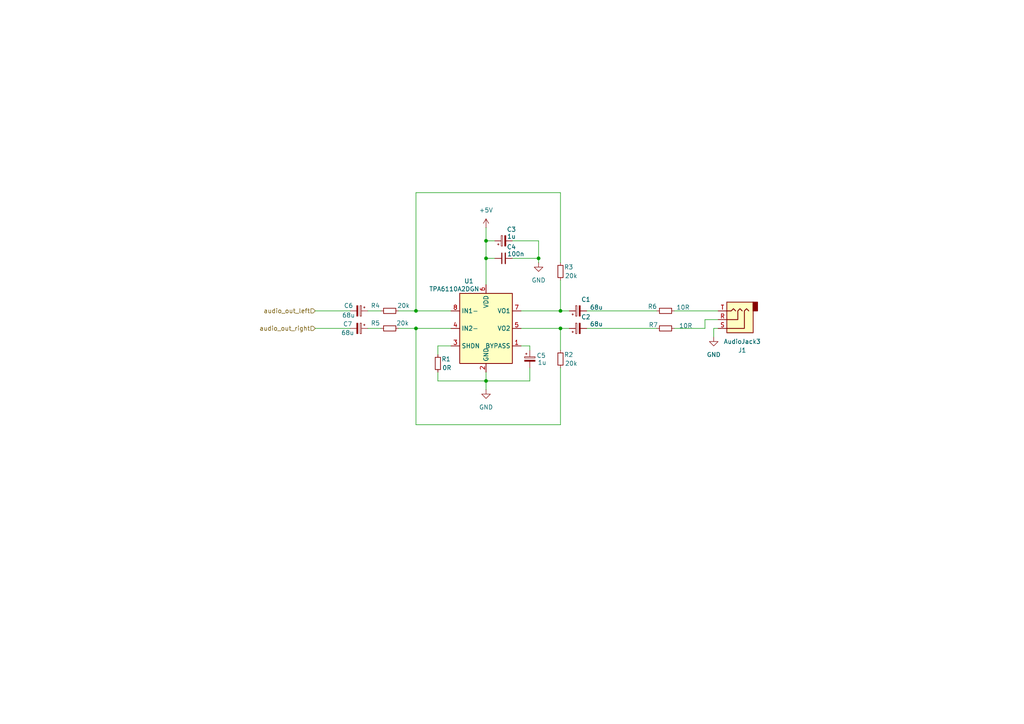
<source format=kicad_sch>
(kicad_sch (version 20231120) (generator "eeschema") (generator_version "8.0")
  (paper "A4")
  (lib_symbols
    (symbol "Amplifier_Audio:TPA6110A2DGN"
      (property "Reference" "U" (at -6.35 11.43 0))
      (property "Value" "TPA6110A2DGN" (at 6.35 11.43 0))
      (symbol "TPA6110A2DGN_0_1"
        (rectangle (start -7.62 10.16) (end 7.62 -10.16) (stroke (width 0.254)) (fill (type background)))
      )
      (symbol "TPA6110A2DGN_1_1"
        (pin passive line (at 10.16 -5.08 180) (length 2.54) (name "BYPASS") (number "1"))
        (pin power_in line (at 0 -12.7 90) (length 2.54) (name "GND") (number "2"))
        (pin input line (at -10.16 -5.08 0) (length 2.54) (name "SHDN") (number "3"))
        (pin input line (at -10.16 0 0) (length 2.54) (name "IN2-") (number "4"))
        (pin output line (at 10.16 0 180) (length 2.54) (name "VO2") (number "5"))
        (pin power_in line (at 0 12.7 270) (length 2.54) (name "VDD") (number "6"))
        (pin output line (at 10.16 5.08 180) (length 2.54) (name "VO1") (number "7"))
        (pin input line (at -10.16 5.08 0) (length 2.54) (name "IN1-") (number "8"))
        (pin passive line (at 0 -12.7 90) (length 2.54) hide (name "GND") (number "9"))
      )
    )
    (symbol "Connector_Audio:AudioJack3"
      (property "Reference" "J" (at 0 8.89 0))
      (property "Value" "AudioJack3" (at 0 6.35 0))
      (symbol "AudioJack3_0_1"
        (rectangle (start -5.08 -5.08) (end -6.35 -2.54) (stroke (width 0.254)) (fill (type outline)))
        (polyline (pts (xy 0 -2.54) (xy 0.635 -3.175) (xy 1.27 -2.54) (xy 2.54 -2.54)) (stroke (width 0.254)))
        (polyline (pts (xy -1.905 -2.54) (xy -1.27 -3.175) (xy -0.635 -2.54) (xy -0.635 0) (xy 2.54 0)) (stroke (width 0.254)))
        (polyline (pts (xy 2.54 2.54) (xy -2.54 2.54) (xy -2.54 -2.54) (xy -3.175 -3.175) (xy -3.81 -2.54)) (stroke (width 0.254)))
        (rectangle (start 2.54 3.81) (end -5.08 -5.08) (stroke (width 0.254)) (fill (type background)))
      )
      (symbol "AudioJack3_1_1"
        (pin passive line (at 5.08 0 180) (length 2.54) (name "~") (number "R"))
        (pin passive line (at 5.08 2.54 180) (length 2.54) (name "~") (number "S"))
        (pin passive line (at 5.08 -2.54 180) (length 2.54) (name "~") (number "T"))
      )
    )
    (symbol "Device:C_Polarized_Small" (pin_numbers hide) (pin_names (offset 0.254) hide)
      (property "Reference" "C" (at 0.254 1.778 0))
      (property "Value" "C_Polarized_Small" (at 0.254 -2.032 0))
      (symbol "C_Polarized_Small_0_1"
        (rectangle (start -1.524 -0.3048) (end 1.524 -0.6858) (fill (type outline)))
        (rectangle (start -1.524 0.6858) (end 1.524 0.3048))
        (polyline (pts (xy -1.27 1.524) (xy -0.762 1.524)))
        (polyline (pts (xy -1.016 1.27) (xy -1.016 1.778)))
      )
      (symbol "C_Polarized_Small_1_1"
        (pin passive line (at 0 2.54 270) (length 1.8542) (name "~") (number "1"))
        (pin passive line (at 0 -2.54 90) (length 1.8542) (name "~") (number "2"))
      )
    )
    (symbol "Device:C_Small" (pin_numbers hide) (pin_names (offset 0.254) hide)
      (property "Reference" "C" (at 0.254 1.778 0))
      (property "Value" "C_Small" (at 0.254 -2.032 0))
      (symbol "C_Small_0_1"
        (polyline (pts (xy -1.524 -0.508) (xy 1.524 -0.508)) (stroke (width 0.3302)))
        (polyline (pts (xy -1.524 0.508) (xy 1.524 0.508)) (stroke (width 0.3048)))
      )
      (symbol "C_Small_1_1"
        (pin passive line (at 0 2.54 270) (length 2.032) (name "~") (number "1"))
        (pin passive line (at 0 -2.54 90) (length 2.032) (name "~") (number "2"))
      )
    )
    (symbol "Device:R_Small" (pin_numbers hide) (pin_names (offset 0.254) hide)
      (property "Reference" "R" (at 0.762 0.508 0))
      (property "Value" "R_Small" (at 0.762 -1.016 0))
      (symbol "R_Small_0_1"
        (rectangle (start -0.762 1.778) (end 0.762 -1.778) (stroke (width 0.2032)))
      )
      (symbol "R_Small_1_1"
        (pin passive line (at 0 2.54 270) (length 0.762) (name "~") (number "1"))
        (pin passive line (at 0 -2.54 90) (length 0.762) (name "~") (number "2"))
      )
    )
    (symbol "power:+5V" (power) (pin_numbers hide) (pin_names (offset 0) hide)
      (property "Value" "+5V" (at 0 3.556 0))
      (symbol "+5V_0_1"
        (polyline (pts (xy -0.762 1.27) (xy 0 2.54)))
        (polyline (pts (xy 0 0) (xy 0 2.54)))
        (polyline (pts (xy 0 2.54) (xy 0.762 1.27)))
      )
      (symbol "+5V_1_1"
        (pin power_in line (at 0 0 90) (length 0) (name "~") (number "1"))
      )
    )
    (symbol "power:GND" (power) (pin_numbers hide) (pin_names (offset 0) hide)
      (property "Value" "GND" (at 0 -3.81 0))
      (symbol "GND_0_1"
        (polyline (pts (xy 0 0) (xy 0 -1.27) (xy 1.27 -1.27) (xy 0 -2.54) (xy -1.27 -1.27) (xy 0 -1.27)))
      )
      (symbol "GND_1_1"
        (pin power_in line (at 0 0 270) (length 0) (name "~") (number "1"))
      )
    )
  )
  (junction (at 156.21 74.93))
  (junction (at 162.56 90.17))
  (junction (at 140.97 74.93))
  (junction (at 120.65 95.25))
  (junction (at 140.97 110.49))
  (junction (at 140.97 69.85))
  (junction (at 162.56 95.25))
  (junction (at 120.65 90.17))
  (wire (pts (xy 162.56 95.25) (xy 162.56 101.6)))
  (wire (pts (xy 120.65 123.19) (xy 162.56 123.19)))
  (wire (pts (xy 127 107.95) (xy 127 110.49)))
  (wire (pts (xy 153.67 106.68) (xy 153.67 110.49)))
  (wire (pts (xy 140.97 69.85) (xy 140.97 74.93)))
  (wire (pts (xy 162.56 95.25) (xy 165.1 95.25)))
  (wire (pts (xy 115.57 90.17) (xy 120.65 90.17)))
  (wire (pts (xy 140.97 110.49) (xy 140.97 113.03)))
  (wire (pts (xy 156.21 74.93) (xy 156.21 76.2)))
  (wire (pts (xy 153.67 100.33) (xy 151.13 100.33)))
  (wire (pts (xy 195.58 90.17) (xy 208.28 90.17)))
  (wire (pts (xy 151.13 90.17) (xy 162.56 90.17)))
  (wire (pts (xy 162.56 81.28) (xy 162.56 90.17)))
  (wire (pts (xy 140.97 107.95) (xy 140.97 110.49)))
  (wire (pts (xy 148.59 69.85) (xy 156.21 69.85)))
  (wire (pts (xy 195.58 95.25) (xy 204.47 95.25)))
  (wire (pts (xy 140.97 74.93) (xy 143.51 74.93)))
  (wire (pts (xy 91.44 95.25) (xy 101.6 95.25)))
  (wire (pts (xy 153.67 110.49) (xy 140.97 110.49)))
  (wire (pts (xy 106.68 90.17) (xy 110.49 90.17)))
  (wire (pts (xy 162.56 55.88) (xy 162.56 76.2)))
  (wire (pts (xy 120.65 90.17) (xy 130.81 90.17)))
  (wire (pts (xy 140.97 74.93) (xy 140.97 82.55)))
  (wire (pts (xy 140.97 66.04) (xy 140.97 69.85)))
  (wire (pts (xy 120.65 55.88) (xy 162.56 55.88)))
  (wire (pts (xy 170.18 90.17) (xy 190.5 90.17)))
  (wire (pts (xy 162.56 106.68) (xy 162.56 123.19)))
  (wire (pts (xy 207.01 95.25) (xy 207.01 97.79)))
  (wire (pts (xy 120.65 123.19) (xy 120.65 95.25)))
  (wire (pts (xy 208.28 95.25) (xy 207.01 95.25)))
  (wire (pts (xy 204.47 92.71) (xy 208.28 92.71)))
  (wire (pts (xy 156.21 69.85) (xy 156.21 74.93)))
  (wire (pts (xy 148.59 74.93) (xy 156.21 74.93)))
  (wire (pts (xy 204.47 95.25) (xy 204.47 92.71)))
  (wire (pts (xy 106.68 95.25) (xy 110.49 95.25)))
  (wire (pts (xy 91.44 90.17) (xy 101.6 90.17)))
  (wire (pts (xy 120.65 55.88) (xy 120.65 90.17)))
  (wire (pts (xy 120.65 95.25) (xy 130.81 95.25)))
  (wire (pts (xy 127 102.87) (xy 127 100.33)))
  (wire (pts (xy 153.67 101.6) (xy 153.67 100.33)))
  (wire (pts (xy 127 100.33) (xy 130.81 100.33)))
  (wire (pts (xy 115.57 95.25) (xy 120.65 95.25)))
  (wire (pts (xy 143.51 69.85) (xy 140.97 69.85)))
  (wire (pts (xy 170.18 95.25) (xy 190.5 95.25)))
  (wire (pts (xy 127 110.49) (xy 140.97 110.49)))
  (wire (pts (xy 151.13 95.25) (xy 162.56 95.25)))
  (wire (pts (xy 162.56 90.17) (xy 165.1 90.17)))
  (hierarchical_label "audio_out_right" (shape input) (at 91.44 95.25 180))
  (hierarchical_label "audio_out_left" (shape input) (at 91.44 90.17 180))
  (symbol (lib_id "Device:R_Small") (at 193.04 90.17 90) (unit 1)
    (property "Reference" "R6" (at 189.23 88.9 90))
    (property "Value" "10R" (at 198.12 89.154 90))
    (property "Footprint" "Resistor_SMD:R_0603_1608Metric_Pad0.98x0.95mm_HandSolder" (effects (hide yes)))
    (property "Description" "Resistor, small symbol" (effects (hide yes)))
  )
  (symbol (lib_id "Device:C_Polarized_Small") (at 153.67 104.14 0) (unit 1)
    (property "Reference" "C5" (at 156.972 103.124 0))
    (property "Value" "1u" (at 157.226 105.156 0))
    (property "Footprint" "Capacitor_Tantalum_SMD:CP_EIA-3216-18_Kemet-A" (effects (hide yes)))
    (property "Description" "Polarized capacitor, small symbol" (effects (hide yes)))
  )
  (symbol (lib_id "power:GND") (at 207.01 97.79 0) (unit 1)
    (property "Reference" "#PWR02" (effects (hide yes)))
    (property "Value" "GND" (at 207.01 102.87 0))
    (property "Description" "Power symbol creates a global label with name \"GND\" , ground" (effects (hide yes)))
  )
  (symbol (lib_id "Device:R_Small") (at 193.04 95.25 90) (unit 1)
    (property "Reference" "R7" (at 189.484 94.234 90))
    (property "Value" "10R" (at 198.882 94.488 90))
    (property "Footprint" "Resistor_SMD:R_0603_1608Metric_Pad0.98x0.95mm_HandSolder" (effects (hide yes)))
    (property "Description" "Resistor, small symbol" (effects (hide yes)))
  )
  (symbol (lib_id "Device:C_Polarized_Small") (at 167.64 90.17 90) (unit 1)
    (property "Reference" "C1" (at 169.926 86.868 90))
    (property "Value" "68u" (at 172.974 89.154 90))
    (property "Footprint" "Capacitor_Tantalum_SMD:CP_EIA-7343-31_Kemet-D_Pad2.25x2.55mm_HandSolder" (effects (hide yes)))
    (property "Description" "Polarized capacitor, small symbol" (effects (hide yes)))
    (property "Part Number" "293D686X9020D2TE3" (effects (hide yes)))
  )
  (symbol (lib_id "Connector_Audio:AudioJack3") (at 213.36 92.71 180) (unit 1)
    (property "Reference" "J1" (at 215.265 101.6 0))
    (property "Value" "AudioJack3" (at 215.265 99.06 0))
    (property "Footprint" "Connector_Audio:Jack_3.5mm_Lumberg_1503_02_Horizontal" (effects (hide yes)))
    (property "Description" "Audio Jack, 3 Poles (Stereo / TRS)" (effects (hide yes)))
  )
  (symbol (lib_id "Device:C_Polarized_Small") (at 104.14 90.17 270) (unit 1)
    (property "Reference" "C6" (at 101.092 88.646 90))
    (property "Value" "68u" (at 101.092 91.44 90))
    (property "Footprint" "Capacitor_Tantalum_SMD:CP_EIA-7343-31_Kemet-D_Pad2.25x2.55mm_HandSolder" (effects (hide yes)))
    (property "Description" "Polarized capacitor, small symbol" (effects (hide yes)))
    (property "Part Number" "293D686X9020D2TE3" (effects (hide yes)))
  )
  (symbol (lib_id "power:GND") (at 140.97 113.03 0) (unit 1)
    (property "Reference" "#PWR01" (effects (hide yes)))
    (property "Value" "GND" (at 140.97 118.11 0))
    (property "Description" "Power symbol creates a global label with name \"GND\" , ground" (effects (hide yes)))
  )
  (symbol (lib_id "Device:C_Small") (at 146.05 74.93 90) (unit 1)
    (property "Reference" "C4" (at 148.336 71.628 90))
    (property "Value" "100n" (at 149.606 73.66 90))
    (property "Footprint" "Capacitor_SMD:C_0603_1608Metric_Pad1.08x0.95mm_HandSolder" (effects (hide yes)))
    (property "Description" "Unpolarized capacitor, small symbol" (effects (hide yes)))
  )
  (symbol (lib_id "Device:R_Small") (at 162.56 78.74 0) (unit 1)
    (property "Reference" "R3" (at 163.576 77.47 0) (effects (justify left)))
    (property "Value" "20k" (at 163.83 80.01 0) (effects (justify left)))
    (property "Footprint" "Resistor_SMD:R_0603_1608Metric_Pad0.98x0.95mm_HandSolder" (effects (hide yes)))
    (property "Description" "Resistor, small symbol" (effects (hide yes)))
  )
  (symbol (lib_id "Device:R_Small") (at 113.03 90.17 90) (unit 1)
    (property "Reference" "R4" (at 110.236 88.646 90) (effects (justify left)))
    (property "Value" "20k" (at 118.872 88.646 90) (effects (justify left)))
    (property "Footprint" "Resistor_SMD:R_0603_1608Metric_Pad0.98x0.95mm_HandSolder" (effects (hide yes)))
    (property "Description" "Resistor, small symbol" (effects (hide yes)))
  )
  (symbol (lib_id "Device:C_Polarized_Small") (at 167.64 95.25 90) (unit 1)
    (property "Reference" "C2" (at 169.926 91.948 90))
    (property "Value" "68u" (at 172.974 93.98 90))
    (property "Footprint" "Capacitor_Tantalum_SMD:CP_EIA-7343-31_Kemet-D_Pad2.25x2.55mm_HandSolder" (effects (hide yes)))
    (property "Description" "Polarized capacitor, small symbol" (effects (hide yes)))
    (property "Part Number" "293D686X9020D2TE3" (effects (hide yes)))
  )
  (symbol (lib_id "power:GND") (at 156.21 76.2 0) (unit 1)
    (property "Reference" "#PWR03" (effects (hide yes)))
    (property "Value" "GND" (at 156.21 81.28 0))
    (property "Description" "Power symbol creates a global label with name \"GND\" , ground" (effects (hide yes)))
  )
  (symbol (lib_id "Device:R_Small") (at 162.56 104.14 0) (unit 1)
    (property "Reference" "R2" (at 163.576 102.87 0) (effects (justify left)))
    (property "Value" "20k" (at 163.83 105.41 0) (effects (justify left)))
    (property "Footprint" "Resistor_SMD:R_0603_1608Metric_Pad0.98x0.95mm_HandSolder" (effects (hide yes)))
    (property "Description" "Resistor, small symbol" (effects (hide yes)))
  )
  (symbol (lib_id "Device:R_Small") (at 127 105.41 0) (unit 1)
    (property "Reference" "R1" (at 128.016 104.14 0) (effects (justify left)))
    (property "Value" "0R" (at 128.27 106.68 0) (effects (justify left)))
    (property "Footprint" "Resistor_SMD:R_0603_1608Metric_Pad0.98x0.95mm_HandSolder" (effects (hide yes)))
    (property "Description" "Resistor, small symbol" (effects (hide yes)))
  )
  (symbol (lib_id "Device:C_Polarized_Small") (at 146.05 69.85 90) (unit 1)
    (property "Reference" "C3" (at 148.336 66.548 90))
    (property "Value" "1u" (at 148.336 68.58 90))
    (property "Footprint" "Capacitor_Tantalum_SMD:CP_EIA-3216-18_Kemet-A" (effects (hide yes)))
    (property "Description" "Polarized capacitor, small symbol" (effects (hide yes)))
  )
  (symbol (lib_id "Device:C_Polarized_Small") (at 104.14 95.25 270) (unit 1)
    (property "Reference" "C7" (at 100.838 93.98 90))
    (property "Value" "68u" (at 100.838 96.52 90))
    (property "Footprint" "Capacitor_Tantalum_SMD:CP_EIA-7343-31_Kemet-D_Pad2.25x2.55mm_HandSolder" (effects (hide yes)))
    (property "Description" "Polarized capacitor, small symbol" (effects (hide yes)))
    (property "Part Number" "293D686X9020D2TE3" (effects (hide yes)))
  )
  (symbol (lib_id "power:+5V") (at 140.97 66.04 0) (unit 1)
    (property "Reference" "#PWR04" (effects (hide yes)))
    (property "Value" "+5V" (at 140.97 60.96 0))
    (property "Description" "Power symbol creates a global label with name \"+5V\"" (effects (hide yes)))
  )
  (symbol (lib_id "Device:R_Small") (at 113.03 95.25 90) (unit 1)
    (property "Reference" "R5" (at 110.236 93.726 90) (effects (justify left)))
    (property "Value" "20k" (at 118.618 93.726 90) (effects (justify left)))
    (property "Footprint" "Resistor_SMD:R_0603_1608Metric_Pad0.98x0.95mm_HandSolder" (effects (hide yes)))
    (property "Description" "Resistor, small symbol" (effects (hide yes)))
  )
  (symbol (lib_id "Amplifier_Audio:TPA6110A2DGN") (at 140.97 95.25 0) (unit 1)
    (property "Reference" "U1" (at 134.62 81.534 0) (effects (justify left)))
    (property "Value" "TPA6110A2DGN" (at 124.46 83.82 0) (effects (justify left)))
    (property "Footprint" "Package_SO:HVSSOP-8-1EP_3x3mm_P0.65mm_EP1.57x1.89mm" (effects (hide yes)))
    (property "Datasheet" "https://www.ti.com/lit/ds/symlink/tpa6110a2.pdf" (effects (hide yes)))
    (property "Description" "150-mW Stereo Audio Power Amplifier, HVSSOP" (effects (hide yes)))
  )
)
</source>
